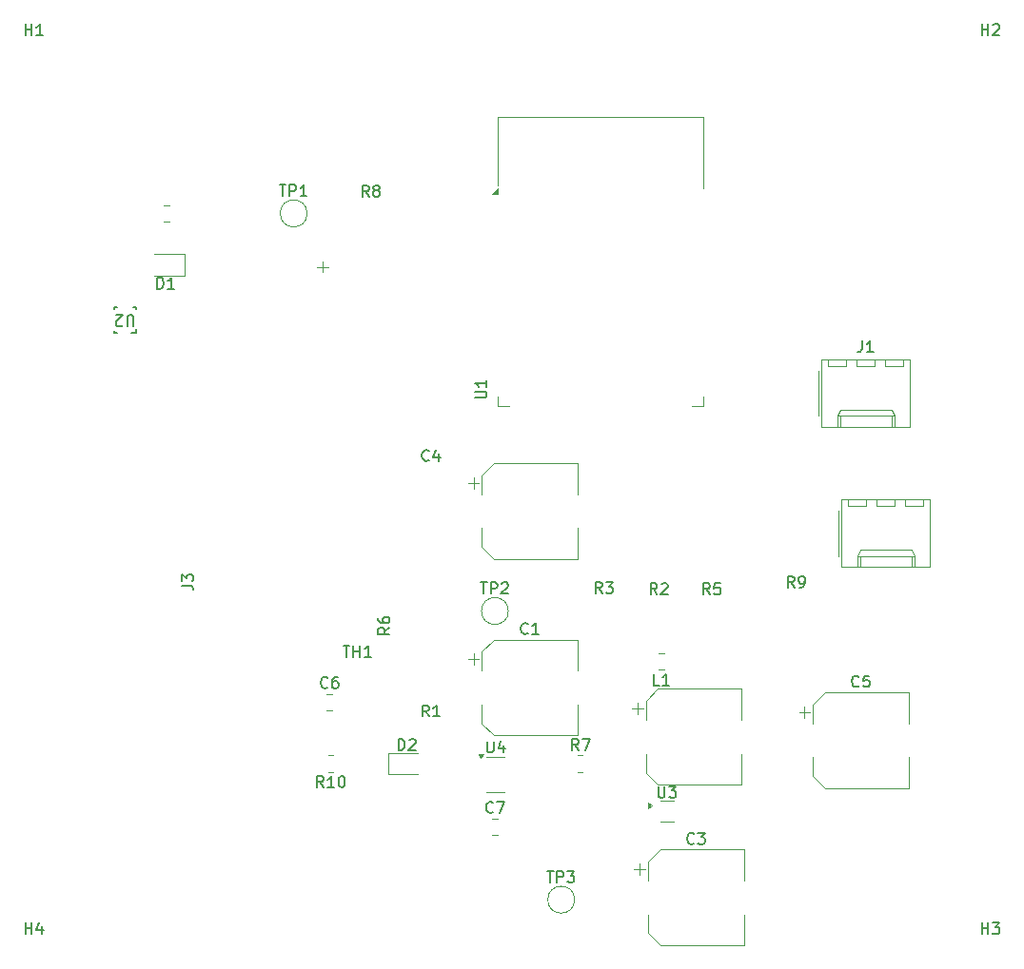
<source format=gbr>
%TF.GenerationSoftware,KiCad,Pcbnew,9.0.4*%
%TF.CreationDate,2025-10-03T16:26:10-05:00*%
%TF.ProjectId,ECE 445 - Suction Sense PCB-1,45434520-3434-4352-902d-205375637469,rev?*%
%TF.SameCoordinates,Original*%
%TF.FileFunction,Legend,Top*%
%TF.FilePolarity,Positive*%
%FSLAX46Y46*%
G04 Gerber Fmt 4.6, Leading zero omitted, Abs format (unit mm)*
G04 Created by KiCad (PCBNEW 9.0.4) date 2025-10-03 16:26:10*
%MOMM*%
%LPD*%
G01*
G04 APERTURE LIST*
%ADD10C,0.150000*%
%ADD11C,0.120000*%
%ADD12C,0.200000*%
G04 APERTURE END LIST*
D10*
X133244819Y-81922904D02*
X134054342Y-81922904D01*
X134054342Y-81922904D02*
X134149580Y-81875285D01*
X134149580Y-81875285D02*
X134197200Y-81827666D01*
X134197200Y-81827666D02*
X134244819Y-81732428D01*
X134244819Y-81732428D02*
X134244819Y-81541952D01*
X134244819Y-81541952D02*
X134197200Y-81446714D01*
X134197200Y-81446714D02*
X134149580Y-81399095D01*
X134149580Y-81399095D02*
X134054342Y-81351476D01*
X134054342Y-81351476D02*
X133244819Y-81351476D01*
X134244819Y-80351476D02*
X134244819Y-80922904D01*
X134244819Y-80637190D02*
X133244819Y-80637190D01*
X133244819Y-80637190D02*
X133387676Y-80732428D01*
X133387676Y-80732428D02*
X133482914Y-80827666D01*
X133482914Y-80827666D02*
X133530533Y-80922904D01*
X121514286Y-103984819D02*
X122085714Y-103984819D01*
X121800000Y-104984819D02*
X121800000Y-103984819D01*
X122419048Y-104984819D02*
X122419048Y-103984819D01*
X122419048Y-104461009D02*
X122990476Y-104461009D01*
X122990476Y-104984819D02*
X122990476Y-103984819D01*
X123990476Y-104984819D02*
X123419048Y-104984819D01*
X123704762Y-104984819D02*
X123704762Y-103984819D01*
X123704762Y-103984819D02*
X123609524Y-104127676D01*
X123609524Y-104127676D02*
X123514286Y-104222914D01*
X123514286Y-104222914D02*
X123419048Y-104270533D01*
X154133333Y-99424819D02*
X153800000Y-98948628D01*
X153561905Y-99424819D02*
X153561905Y-98424819D01*
X153561905Y-98424819D02*
X153942857Y-98424819D01*
X153942857Y-98424819D02*
X154038095Y-98472438D01*
X154038095Y-98472438D02*
X154085714Y-98520057D01*
X154085714Y-98520057D02*
X154133333Y-98615295D01*
X154133333Y-98615295D02*
X154133333Y-98758152D01*
X154133333Y-98758152D02*
X154085714Y-98853390D01*
X154085714Y-98853390D02*
X154038095Y-98901009D01*
X154038095Y-98901009D02*
X153942857Y-98948628D01*
X153942857Y-98948628D02*
X153561905Y-98948628D01*
X155038095Y-98424819D02*
X154561905Y-98424819D01*
X154561905Y-98424819D02*
X154514286Y-98901009D01*
X154514286Y-98901009D02*
X154561905Y-98853390D01*
X154561905Y-98853390D02*
X154657143Y-98805771D01*
X154657143Y-98805771D02*
X154895238Y-98805771D01*
X154895238Y-98805771D02*
X154990476Y-98853390D01*
X154990476Y-98853390D02*
X155038095Y-98901009D01*
X155038095Y-98901009D02*
X155085714Y-98996247D01*
X155085714Y-98996247D02*
X155085714Y-99234342D01*
X155085714Y-99234342D02*
X155038095Y-99329580D01*
X155038095Y-99329580D02*
X154990476Y-99377200D01*
X154990476Y-99377200D02*
X154895238Y-99424819D01*
X154895238Y-99424819D02*
X154657143Y-99424819D01*
X154657143Y-99424819D02*
X154561905Y-99377200D01*
X154561905Y-99377200D02*
X154514286Y-99329580D01*
X167383333Y-107559580D02*
X167335714Y-107607200D01*
X167335714Y-107607200D02*
X167192857Y-107654819D01*
X167192857Y-107654819D02*
X167097619Y-107654819D01*
X167097619Y-107654819D02*
X166954762Y-107607200D01*
X166954762Y-107607200D02*
X166859524Y-107511961D01*
X166859524Y-107511961D02*
X166811905Y-107416723D01*
X166811905Y-107416723D02*
X166764286Y-107226247D01*
X166764286Y-107226247D02*
X166764286Y-107083390D01*
X166764286Y-107083390D02*
X166811905Y-106892914D01*
X166811905Y-106892914D02*
X166859524Y-106797676D01*
X166859524Y-106797676D02*
X166954762Y-106702438D01*
X166954762Y-106702438D02*
X167097619Y-106654819D01*
X167097619Y-106654819D02*
X167192857Y-106654819D01*
X167192857Y-106654819D02*
X167335714Y-106702438D01*
X167335714Y-106702438D02*
X167383333Y-106750057D01*
X168288095Y-106654819D02*
X167811905Y-106654819D01*
X167811905Y-106654819D02*
X167764286Y-107131009D01*
X167764286Y-107131009D02*
X167811905Y-107083390D01*
X167811905Y-107083390D02*
X167907143Y-107035771D01*
X167907143Y-107035771D02*
X168145238Y-107035771D01*
X168145238Y-107035771D02*
X168240476Y-107083390D01*
X168240476Y-107083390D02*
X168288095Y-107131009D01*
X168288095Y-107131009D02*
X168335714Y-107226247D01*
X168335714Y-107226247D02*
X168335714Y-107464342D01*
X168335714Y-107464342D02*
X168288095Y-107559580D01*
X168288095Y-107559580D02*
X168240476Y-107607200D01*
X168240476Y-107607200D02*
X168145238Y-107654819D01*
X168145238Y-107654819D02*
X167907143Y-107654819D01*
X167907143Y-107654819D02*
X167811905Y-107607200D01*
X167811905Y-107607200D02*
X167764286Y-107559580D01*
X144533333Y-99324819D02*
X144200000Y-98848628D01*
X143961905Y-99324819D02*
X143961905Y-98324819D01*
X143961905Y-98324819D02*
X144342857Y-98324819D01*
X144342857Y-98324819D02*
X144438095Y-98372438D01*
X144438095Y-98372438D02*
X144485714Y-98420057D01*
X144485714Y-98420057D02*
X144533333Y-98515295D01*
X144533333Y-98515295D02*
X144533333Y-98658152D01*
X144533333Y-98658152D02*
X144485714Y-98753390D01*
X144485714Y-98753390D02*
X144438095Y-98801009D01*
X144438095Y-98801009D02*
X144342857Y-98848628D01*
X144342857Y-98848628D02*
X143961905Y-98848628D01*
X144866667Y-98324819D02*
X145485714Y-98324819D01*
X145485714Y-98324819D02*
X145152381Y-98705771D01*
X145152381Y-98705771D02*
X145295238Y-98705771D01*
X145295238Y-98705771D02*
X145390476Y-98753390D01*
X145390476Y-98753390D02*
X145438095Y-98801009D01*
X145438095Y-98801009D02*
X145485714Y-98896247D01*
X145485714Y-98896247D02*
X145485714Y-99134342D01*
X145485714Y-99134342D02*
X145438095Y-99229580D01*
X145438095Y-99229580D02*
X145390476Y-99277200D01*
X145390476Y-99277200D02*
X145295238Y-99324819D01*
X145295238Y-99324819D02*
X145009524Y-99324819D01*
X145009524Y-99324819D02*
X144914286Y-99277200D01*
X144914286Y-99277200D02*
X144866667Y-99229580D01*
X104961905Y-72204819D02*
X104961905Y-71204819D01*
X104961905Y-71204819D02*
X105200000Y-71204819D01*
X105200000Y-71204819D02*
X105342857Y-71252438D01*
X105342857Y-71252438D02*
X105438095Y-71347676D01*
X105438095Y-71347676D02*
X105485714Y-71442914D01*
X105485714Y-71442914D02*
X105533333Y-71633390D01*
X105533333Y-71633390D02*
X105533333Y-71776247D01*
X105533333Y-71776247D02*
X105485714Y-71966723D01*
X105485714Y-71966723D02*
X105438095Y-72061961D01*
X105438095Y-72061961D02*
X105342857Y-72157200D01*
X105342857Y-72157200D02*
X105200000Y-72204819D01*
X105200000Y-72204819D02*
X104961905Y-72204819D01*
X106485714Y-72204819D02*
X105914286Y-72204819D01*
X106200000Y-72204819D02*
X106200000Y-71204819D01*
X106200000Y-71204819D02*
X106104762Y-71347676D01*
X106104762Y-71347676D02*
X106009524Y-71442914D01*
X106009524Y-71442914D02*
X105914286Y-71490533D01*
X107154819Y-98633333D02*
X107869104Y-98633333D01*
X107869104Y-98633333D02*
X108011961Y-98680952D01*
X108011961Y-98680952D02*
X108107200Y-98776190D01*
X108107200Y-98776190D02*
X108154819Y-98919047D01*
X108154819Y-98919047D02*
X108154819Y-99014285D01*
X107154819Y-98252380D02*
X107154819Y-97633333D01*
X107154819Y-97633333D02*
X107535771Y-97966666D01*
X107535771Y-97966666D02*
X107535771Y-97823809D01*
X107535771Y-97823809D02*
X107583390Y-97728571D01*
X107583390Y-97728571D02*
X107631009Y-97680952D01*
X107631009Y-97680952D02*
X107726247Y-97633333D01*
X107726247Y-97633333D02*
X107964342Y-97633333D01*
X107964342Y-97633333D02*
X108059580Y-97680952D01*
X108059580Y-97680952D02*
X108107200Y-97728571D01*
X108107200Y-97728571D02*
X108154819Y-97823809D01*
X108154819Y-97823809D02*
X108154819Y-98109523D01*
X108154819Y-98109523D02*
X108107200Y-98204761D01*
X108107200Y-98204761D02*
X108059580Y-98252380D01*
X125624819Y-102366666D02*
X125148628Y-102699999D01*
X125624819Y-102938094D02*
X124624819Y-102938094D01*
X124624819Y-102938094D02*
X124624819Y-102557142D01*
X124624819Y-102557142D02*
X124672438Y-102461904D01*
X124672438Y-102461904D02*
X124720057Y-102414285D01*
X124720057Y-102414285D02*
X124815295Y-102366666D01*
X124815295Y-102366666D02*
X124958152Y-102366666D01*
X124958152Y-102366666D02*
X125053390Y-102414285D01*
X125053390Y-102414285D02*
X125101009Y-102461904D01*
X125101009Y-102461904D02*
X125148628Y-102557142D01*
X125148628Y-102557142D02*
X125148628Y-102938094D01*
X124624819Y-101509523D02*
X124624819Y-101699999D01*
X124624819Y-101699999D02*
X124672438Y-101795237D01*
X124672438Y-101795237D02*
X124720057Y-101842856D01*
X124720057Y-101842856D02*
X124862914Y-101938094D01*
X124862914Y-101938094D02*
X125053390Y-101985713D01*
X125053390Y-101985713D02*
X125434342Y-101985713D01*
X125434342Y-101985713D02*
X125529580Y-101938094D01*
X125529580Y-101938094D02*
X125577200Y-101890475D01*
X125577200Y-101890475D02*
X125624819Y-101795237D01*
X125624819Y-101795237D02*
X125624819Y-101604761D01*
X125624819Y-101604761D02*
X125577200Y-101509523D01*
X125577200Y-101509523D02*
X125529580Y-101461904D01*
X125529580Y-101461904D02*
X125434342Y-101414285D01*
X125434342Y-101414285D02*
X125196247Y-101414285D01*
X125196247Y-101414285D02*
X125101009Y-101461904D01*
X125101009Y-101461904D02*
X125053390Y-101509523D01*
X125053390Y-101509523D02*
X125005771Y-101604761D01*
X125005771Y-101604761D02*
X125005771Y-101795237D01*
X125005771Y-101795237D02*
X125053390Y-101890475D01*
X125053390Y-101890475D02*
X125101009Y-101938094D01*
X125101009Y-101938094D02*
X125196247Y-101985713D01*
X102861903Y-75545182D02*
X102861903Y-74735659D01*
X102861903Y-74735659D02*
X102814284Y-74640421D01*
X102814284Y-74640421D02*
X102766665Y-74592802D01*
X102766665Y-74592802D02*
X102671427Y-74545182D01*
X102671427Y-74545182D02*
X102480951Y-74545182D01*
X102480951Y-74545182D02*
X102385713Y-74592802D01*
X102385713Y-74592802D02*
X102338094Y-74640421D01*
X102338094Y-74640421D02*
X102290475Y-74735659D01*
X102290475Y-74735659D02*
X102290475Y-75545182D01*
X101861903Y-75449944D02*
X101814284Y-75497563D01*
X101814284Y-75497563D02*
X101719046Y-75545182D01*
X101719046Y-75545182D02*
X101480951Y-75545182D01*
X101480951Y-75545182D02*
X101385713Y-75497563D01*
X101385713Y-75497563D02*
X101338094Y-75449944D01*
X101338094Y-75449944D02*
X101290475Y-75354706D01*
X101290475Y-75354706D02*
X101290475Y-75259468D01*
X101290475Y-75259468D02*
X101338094Y-75116611D01*
X101338094Y-75116611D02*
X101909522Y-74545182D01*
X101909522Y-74545182D02*
X101290475Y-74545182D01*
X139638095Y-124056819D02*
X140209523Y-124056819D01*
X139923809Y-125056819D02*
X139923809Y-124056819D01*
X140542857Y-125056819D02*
X140542857Y-124056819D01*
X140542857Y-124056819D02*
X140923809Y-124056819D01*
X140923809Y-124056819D02*
X141019047Y-124104438D01*
X141019047Y-124104438D02*
X141066666Y-124152057D01*
X141066666Y-124152057D02*
X141114285Y-124247295D01*
X141114285Y-124247295D02*
X141114285Y-124390152D01*
X141114285Y-124390152D02*
X141066666Y-124485390D01*
X141066666Y-124485390D02*
X141019047Y-124533009D01*
X141019047Y-124533009D02*
X140923809Y-124580628D01*
X140923809Y-124580628D02*
X140542857Y-124580628D01*
X141447619Y-124056819D02*
X142066666Y-124056819D01*
X142066666Y-124056819D02*
X141733333Y-124437771D01*
X141733333Y-124437771D02*
X141876190Y-124437771D01*
X141876190Y-124437771D02*
X141971428Y-124485390D01*
X141971428Y-124485390D02*
X142019047Y-124533009D01*
X142019047Y-124533009D02*
X142066666Y-124628247D01*
X142066666Y-124628247D02*
X142066666Y-124866342D01*
X142066666Y-124866342D02*
X142019047Y-124961580D01*
X142019047Y-124961580D02*
X141971428Y-125009200D01*
X141971428Y-125009200D02*
X141876190Y-125056819D01*
X141876190Y-125056819D02*
X141590476Y-125056819D01*
X141590476Y-125056819D02*
X141495238Y-125009200D01*
X141495238Y-125009200D02*
X141447619Y-124961580D01*
X120133333Y-107679580D02*
X120085714Y-107727200D01*
X120085714Y-107727200D02*
X119942857Y-107774819D01*
X119942857Y-107774819D02*
X119847619Y-107774819D01*
X119847619Y-107774819D02*
X119704762Y-107727200D01*
X119704762Y-107727200D02*
X119609524Y-107631961D01*
X119609524Y-107631961D02*
X119561905Y-107536723D01*
X119561905Y-107536723D02*
X119514286Y-107346247D01*
X119514286Y-107346247D02*
X119514286Y-107203390D01*
X119514286Y-107203390D02*
X119561905Y-107012914D01*
X119561905Y-107012914D02*
X119609524Y-106917676D01*
X119609524Y-106917676D02*
X119704762Y-106822438D01*
X119704762Y-106822438D02*
X119847619Y-106774819D01*
X119847619Y-106774819D02*
X119942857Y-106774819D01*
X119942857Y-106774819D02*
X120085714Y-106822438D01*
X120085714Y-106822438D02*
X120133333Y-106870057D01*
X120990476Y-106774819D02*
X120800000Y-106774819D01*
X120800000Y-106774819D02*
X120704762Y-106822438D01*
X120704762Y-106822438D02*
X120657143Y-106870057D01*
X120657143Y-106870057D02*
X120561905Y-107012914D01*
X120561905Y-107012914D02*
X120514286Y-107203390D01*
X120514286Y-107203390D02*
X120514286Y-107584342D01*
X120514286Y-107584342D02*
X120561905Y-107679580D01*
X120561905Y-107679580D02*
X120609524Y-107727200D01*
X120609524Y-107727200D02*
X120704762Y-107774819D01*
X120704762Y-107774819D02*
X120895238Y-107774819D01*
X120895238Y-107774819D02*
X120990476Y-107727200D01*
X120990476Y-107727200D02*
X121038095Y-107679580D01*
X121038095Y-107679580D02*
X121085714Y-107584342D01*
X121085714Y-107584342D02*
X121085714Y-107346247D01*
X121085714Y-107346247D02*
X121038095Y-107251009D01*
X121038095Y-107251009D02*
X120990476Y-107203390D01*
X120990476Y-107203390D02*
X120895238Y-107155771D01*
X120895238Y-107155771D02*
X120704762Y-107155771D01*
X120704762Y-107155771D02*
X120609524Y-107203390D01*
X120609524Y-107203390D02*
X120561905Y-107251009D01*
X120561905Y-107251009D02*
X120514286Y-107346247D01*
X123798333Y-64004819D02*
X123465000Y-63528628D01*
X123226905Y-64004819D02*
X123226905Y-63004819D01*
X123226905Y-63004819D02*
X123607857Y-63004819D01*
X123607857Y-63004819D02*
X123703095Y-63052438D01*
X123703095Y-63052438D02*
X123750714Y-63100057D01*
X123750714Y-63100057D02*
X123798333Y-63195295D01*
X123798333Y-63195295D02*
X123798333Y-63338152D01*
X123798333Y-63338152D02*
X123750714Y-63433390D01*
X123750714Y-63433390D02*
X123703095Y-63481009D01*
X123703095Y-63481009D02*
X123607857Y-63528628D01*
X123607857Y-63528628D02*
X123226905Y-63528628D01*
X124369762Y-63433390D02*
X124274524Y-63385771D01*
X124274524Y-63385771D02*
X124226905Y-63338152D01*
X124226905Y-63338152D02*
X124179286Y-63242914D01*
X124179286Y-63242914D02*
X124179286Y-63195295D01*
X124179286Y-63195295D02*
X124226905Y-63100057D01*
X124226905Y-63100057D02*
X124274524Y-63052438D01*
X124274524Y-63052438D02*
X124369762Y-63004819D01*
X124369762Y-63004819D02*
X124560238Y-63004819D01*
X124560238Y-63004819D02*
X124655476Y-63052438D01*
X124655476Y-63052438D02*
X124703095Y-63100057D01*
X124703095Y-63100057D02*
X124750714Y-63195295D01*
X124750714Y-63195295D02*
X124750714Y-63242914D01*
X124750714Y-63242914D02*
X124703095Y-63338152D01*
X124703095Y-63338152D02*
X124655476Y-63385771D01*
X124655476Y-63385771D02*
X124560238Y-63433390D01*
X124560238Y-63433390D02*
X124369762Y-63433390D01*
X124369762Y-63433390D02*
X124274524Y-63481009D01*
X124274524Y-63481009D02*
X124226905Y-63528628D01*
X124226905Y-63528628D02*
X124179286Y-63623866D01*
X124179286Y-63623866D02*
X124179286Y-63814342D01*
X124179286Y-63814342D02*
X124226905Y-63909580D01*
X124226905Y-63909580D02*
X124274524Y-63957200D01*
X124274524Y-63957200D02*
X124369762Y-64004819D01*
X124369762Y-64004819D02*
X124560238Y-64004819D01*
X124560238Y-64004819D02*
X124655476Y-63957200D01*
X124655476Y-63957200D02*
X124703095Y-63909580D01*
X124703095Y-63909580D02*
X124750714Y-63814342D01*
X124750714Y-63814342D02*
X124750714Y-63623866D01*
X124750714Y-63623866D02*
X124703095Y-63528628D01*
X124703095Y-63528628D02*
X124655476Y-63481009D01*
X124655476Y-63481009D02*
X124560238Y-63433390D01*
X167666666Y-76834819D02*
X167666666Y-77549104D01*
X167666666Y-77549104D02*
X167619047Y-77691961D01*
X167619047Y-77691961D02*
X167523809Y-77787200D01*
X167523809Y-77787200D02*
X167380952Y-77834819D01*
X167380952Y-77834819D02*
X167285714Y-77834819D01*
X168666666Y-77834819D02*
X168095238Y-77834819D01*
X168380952Y-77834819D02*
X168380952Y-76834819D01*
X168380952Y-76834819D02*
X168285714Y-76977676D01*
X168285714Y-76977676D02*
X168190476Y-77072914D01*
X168190476Y-77072914D02*
X168095238Y-77120533D01*
X126424405Y-113304819D02*
X126424405Y-112304819D01*
X126424405Y-112304819D02*
X126662500Y-112304819D01*
X126662500Y-112304819D02*
X126805357Y-112352438D01*
X126805357Y-112352438D02*
X126900595Y-112447676D01*
X126900595Y-112447676D02*
X126948214Y-112542914D01*
X126948214Y-112542914D02*
X126995833Y-112733390D01*
X126995833Y-112733390D02*
X126995833Y-112876247D01*
X126995833Y-112876247D02*
X126948214Y-113066723D01*
X126948214Y-113066723D02*
X126900595Y-113161961D01*
X126900595Y-113161961D02*
X126805357Y-113257200D01*
X126805357Y-113257200D02*
X126662500Y-113304819D01*
X126662500Y-113304819D02*
X126424405Y-113304819D01*
X127376786Y-112400057D02*
X127424405Y-112352438D01*
X127424405Y-112352438D02*
X127519643Y-112304819D01*
X127519643Y-112304819D02*
X127757738Y-112304819D01*
X127757738Y-112304819D02*
X127852976Y-112352438D01*
X127852976Y-112352438D02*
X127900595Y-112400057D01*
X127900595Y-112400057D02*
X127948214Y-112495295D01*
X127948214Y-112495295D02*
X127948214Y-112590533D01*
X127948214Y-112590533D02*
X127900595Y-112733390D01*
X127900595Y-112733390D02*
X127329167Y-113304819D01*
X127329167Y-113304819D02*
X127948214Y-113304819D01*
X178308095Y-129654819D02*
X178308095Y-128654819D01*
X178308095Y-129131009D02*
X178879523Y-129131009D01*
X178879523Y-129654819D02*
X178879523Y-128654819D01*
X179260476Y-128654819D02*
X179879523Y-128654819D01*
X179879523Y-128654819D02*
X179546190Y-129035771D01*
X179546190Y-129035771D02*
X179689047Y-129035771D01*
X179689047Y-129035771D02*
X179784285Y-129083390D01*
X179784285Y-129083390D02*
X179831904Y-129131009D01*
X179831904Y-129131009D02*
X179879523Y-129226247D01*
X179879523Y-129226247D02*
X179879523Y-129464342D01*
X179879523Y-129464342D02*
X179831904Y-129559580D01*
X179831904Y-129559580D02*
X179784285Y-129607200D01*
X179784285Y-129607200D02*
X179689047Y-129654819D01*
X179689047Y-129654819D02*
X179403333Y-129654819D01*
X179403333Y-129654819D02*
X179308095Y-129607200D01*
X179308095Y-129607200D02*
X179260476Y-129559580D01*
X134300595Y-112504819D02*
X134300595Y-113314342D01*
X134300595Y-113314342D02*
X134348214Y-113409580D01*
X134348214Y-113409580D02*
X134395833Y-113457200D01*
X134395833Y-113457200D02*
X134491071Y-113504819D01*
X134491071Y-113504819D02*
X134681547Y-113504819D01*
X134681547Y-113504819D02*
X134776785Y-113457200D01*
X134776785Y-113457200D02*
X134824404Y-113409580D01*
X134824404Y-113409580D02*
X134872023Y-113314342D01*
X134872023Y-113314342D02*
X134872023Y-112504819D01*
X135776785Y-112838152D02*
X135776785Y-113504819D01*
X135538690Y-112457200D02*
X135300595Y-113171485D01*
X135300595Y-113171485D02*
X135919642Y-113171485D01*
X134833333Y-118779580D02*
X134785714Y-118827200D01*
X134785714Y-118827200D02*
X134642857Y-118874819D01*
X134642857Y-118874819D02*
X134547619Y-118874819D01*
X134547619Y-118874819D02*
X134404762Y-118827200D01*
X134404762Y-118827200D02*
X134309524Y-118731961D01*
X134309524Y-118731961D02*
X134261905Y-118636723D01*
X134261905Y-118636723D02*
X134214286Y-118446247D01*
X134214286Y-118446247D02*
X134214286Y-118303390D01*
X134214286Y-118303390D02*
X134261905Y-118112914D01*
X134261905Y-118112914D02*
X134309524Y-118017676D01*
X134309524Y-118017676D02*
X134404762Y-117922438D01*
X134404762Y-117922438D02*
X134547619Y-117874819D01*
X134547619Y-117874819D02*
X134642857Y-117874819D01*
X134642857Y-117874819D02*
X134785714Y-117922438D01*
X134785714Y-117922438D02*
X134833333Y-117970057D01*
X135166667Y-117874819D02*
X135833333Y-117874819D01*
X135833333Y-117874819D02*
X135404762Y-118874819D01*
X129133333Y-87459580D02*
X129085714Y-87507200D01*
X129085714Y-87507200D02*
X128942857Y-87554819D01*
X128942857Y-87554819D02*
X128847619Y-87554819D01*
X128847619Y-87554819D02*
X128704762Y-87507200D01*
X128704762Y-87507200D02*
X128609524Y-87411961D01*
X128609524Y-87411961D02*
X128561905Y-87316723D01*
X128561905Y-87316723D02*
X128514286Y-87126247D01*
X128514286Y-87126247D02*
X128514286Y-86983390D01*
X128514286Y-86983390D02*
X128561905Y-86792914D01*
X128561905Y-86792914D02*
X128609524Y-86697676D01*
X128609524Y-86697676D02*
X128704762Y-86602438D01*
X128704762Y-86602438D02*
X128847619Y-86554819D01*
X128847619Y-86554819D02*
X128942857Y-86554819D01*
X128942857Y-86554819D02*
X129085714Y-86602438D01*
X129085714Y-86602438D02*
X129133333Y-86650057D01*
X129990476Y-86888152D02*
X129990476Y-87554819D01*
X129752381Y-86507200D02*
X129514286Y-87221485D01*
X129514286Y-87221485D02*
X130133333Y-87221485D01*
X115838095Y-62956819D02*
X116409523Y-62956819D01*
X116123809Y-63956819D02*
X116123809Y-62956819D01*
X116742857Y-63956819D02*
X116742857Y-62956819D01*
X116742857Y-62956819D02*
X117123809Y-62956819D01*
X117123809Y-62956819D02*
X117219047Y-63004438D01*
X117219047Y-63004438D02*
X117266666Y-63052057D01*
X117266666Y-63052057D02*
X117314285Y-63147295D01*
X117314285Y-63147295D02*
X117314285Y-63290152D01*
X117314285Y-63290152D02*
X117266666Y-63385390D01*
X117266666Y-63385390D02*
X117219047Y-63433009D01*
X117219047Y-63433009D02*
X117123809Y-63480628D01*
X117123809Y-63480628D02*
X116742857Y-63480628D01*
X118266666Y-63956819D02*
X117695238Y-63956819D01*
X117980952Y-63956819D02*
X117980952Y-62956819D01*
X117980952Y-62956819D02*
X117885714Y-63099676D01*
X117885714Y-63099676D02*
X117790476Y-63194914D01*
X117790476Y-63194914D02*
X117695238Y-63242533D01*
X93218095Y-129654819D02*
X93218095Y-128654819D01*
X93218095Y-129131009D02*
X93789523Y-129131009D01*
X93789523Y-129654819D02*
X93789523Y-128654819D01*
X94694285Y-128988152D02*
X94694285Y-129654819D01*
X94456190Y-128607200D02*
X94218095Y-129321485D01*
X94218095Y-129321485D02*
X94837142Y-129321485D01*
X178308095Y-49644819D02*
X178308095Y-48644819D01*
X178308095Y-49121009D02*
X178879523Y-49121009D01*
X178879523Y-49644819D02*
X178879523Y-48644819D01*
X179308095Y-48740057D02*
X179355714Y-48692438D01*
X179355714Y-48692438D02*
X179450952Y-48644819D01*
X179450952Y-48644819D02*
X179689047Y-48644819D01*
X179689047Y-48644819D02*
X179784285Y-48692438D01*
X179784285Y-48692438D02*
X179831904Y-48740057D01*
X179831904Y-48740057D02*
X179879523Y-48835295D01*
X179879523Y-48835295D02*
X179879523Y-48930533D01*
X179879523Y-48930533D02*
X179831904Y-49073390D01*
X179831904Y-49073390D02*
X179260476Y-49644819D01*
X179260476Y-49644819D02*
X179879523Y-49644819D01*
X152733333Y-121559580D02*
X152685714Y-121607200D01*
X152685714Y-121607200D02*
X152542857Y-121654819D01*
X152542857Y-121654819D02*
X152447619Y-121654819D01*
X152447619Y-121654819D02*
X152304762Y-121607200D01*
X152304762Y-121607200D02*
X152209524Y-121511961D01*
X152209524Y-121511961D02*
X152161905Y-121416723D01*
X152161905Y-121416723D02*
X152114286Y-121226247D01*
X152114286Y-121226247D02*
X152114286Y-121083390D01*
X152114286Y-121083390D02*
X152161905Y-120892914D01*
X152161905Y-120892914D02*
X152209524Y-120797676D01*
X152209524Y-120797676D02*
X152304762Y-120702438D01*
X152304762Y-120702438D02*
X152447619Y-120654819D01*
X152447619Y-120654819D02*
X152542857Y-120654819D01*
X152542857Y-120654819D02*
X152685714Y-120702438D01*
X152685714Y-120702438D02*
X152733333Y-120750057D01*
X153066667Y-120654819D02*
X153685714Y-120654819D01*
X153685714Y-120654819D02*
X153352381Y-121035771D01*
X153352381Y-121035771D02*
X153495238Y-121035771D01*
X153495238Y-121035771D02*
X153590476Y-121083390D01*
X153590476Y-121083390D02*
X153638095Y-121131009D01*
X153638095Y-121131009D02*
X153685714Y-121226247D01*
X153685714Y-121226247D02*
X153685714Y-121464342D01*
X153685714Y-121464342D02*
X153638095Y-121559580D01*
X153638095Y-121559580D02*
X153590476Y-121607200D01*
X153590476Y-121607200D02*
X153495238Y-121654819D01*
X153495238Y-121654819D02*
X153209524Y-121654819D01*
X153209524Y-121654819D02*
X153114286Y-121607200D01*
X153114286Y-121607200D02*
X153066667Y-121559580D01*
X149633333Y-107504819D02*
X149157143Y-107504819D01*
X149157143Y-107504819D02*
X149157143Y-106504819D01*
X150490476Y-107504819D02*
X149919048Y-107504819D01*
X150204762Y-107504819D02*
X150204762Y-106504819D01*
X150204762Y-106504819D02*
X150109524Y-106647676D01*
X150109524Y-106647676D02*
X150014286Y-106742914D01*
X150014286Y-106742914D02*
X149919048Y-106790533D01*
X133738095Y-98356819D02*
X134309523Y-98356819D01*
X134023809Y-99356819D02*
X134023809Y-98356819D01*
X134642857Y-99356819D02*
X134642857Y-98356819D01*
X134642857Y-98356819D02*
X135023809Y-98356819D01*
X135023809Y-98356819D02*
X135119047Y-98404438D01*
X135119047Y-98404438D02*
X135166666Y-98452057D01*
X135166666Y-98452057D02*
X135214285Y-98547295D01*
X135214285Y-98547295D02*
X135214285Y-98690152D01*
X135214285Y-98690152D02*
X135166666Y-98785390D01*
X135166666Y-98785390D02*
X135119047Y-98833009D01*
X135119047Y-98833009D02*
X135023809Y-98880628D01*
X135023809Y-98880628D02*
X134642857Y-98880628D01*
X135595238Y-98452057D02*
X135642857Y-98404438D01*
X135642857Y-98404438D02*
X135738095Y-98356819D01*
X135738095Y-98356819D02*
X135976190Y-98356819D01*
X135976190Y-98356819D02*
X136071428Y-98404438D01*
X136071428Y-98404438D02*
X136119047Y-98452057D01*
X136119047Y-98452057D02*
X136166666Y-98547295D01*
X136166666Y-98547295D02*
X136166666Y-98642533D01*
X136166666Y-98642533D02*
X136119047Y-98785390D01*
X136119047Y-98785390D02*
X135547619Y-99356819D01*
X135547619Y-99356819D02*
X136166666Y-99356819D01*
X119757142Y-116604819D02*
X119423809Y-116128628D01*
X119185714Y-116604819D02*
X119185714Y-115604819D01*
X119185714Y-115604819D02*
X119566666Y-115604819D01*
X119566666Y-115604819D02*
X119661904Y-115652438D01*
X119661904Y-115652438D02*
X119709523Y-115700057D01*
X119709523Y-115700057D02*
X119757142Y-115795295D01*
X119757142Y-115795295D02*
X119757142Y-115938152D01*
X119757142Y-115938152D02*
X119709523Y-116033390D01*
X119709523Y-116033390D02*
X119661904Y-116081009D01*
X119661904Y-116081009D02*
X119566666Y-116128628D01*
X119566666Y-116128628D02*
X119185714Y-116128628D01*
X120709523Y-116604819D02*
X120138095Y-116604819D01*
X120423809Y-116604819D02*
X120423809Y-115604819D01*
X120423809Y-115604819D02*
X120328571Y-115747676D01*
X120328571Y-115747676D02*
X120233333Y-115842914D01*
X120233333Y-115842914D02*
X120138095Y-115890533D01*
X121328571Y-115604819D02*
X121423809Y-115604819D01*
X121423809Y-115604819D02*
X121519047Y-115652438D01*
X121519047Y-115652438D02*
X121566666Y-115700057D01*
X121566666Y-115700057D02*
X121614285Y-115795295D01*
X121614285Y-115795295D02*
X121661904Y-115985771D01*
X121661904Y-115985771D02*
X121661904Y-116223866D01*
X121661904Y-116223866D02*
X121614285Y-116414342D01*
X121614285Y-116414342D02*
X121566666Y-116509580D01*
X121566666Y-116509580D02*
X121519047Y-116557200D01*
X121519047Y-116557200D02*
X121423809Y-116604819D01*
X121423809Y-116604819D02*
X121328571Y-116604819D01*
X121328571Y-116604819D02*
X121233333Y-116557200D01*
X121233333Y-116557200D02*
X121185714Y-116509580D01*
X121185714Y-116509580D02*
X121138095Y-116414342D01*
X121138095Y-116414342D02*
X121090476Y-116223866D01*
X121090476Y-116223866D02*
X121090476Y-115985771D01*
X121090476Y-115985771D02*
X121138095Y-115795295D01*
X121138095Y-115795295D02*
X121185714Y-115700057D01*
X121185714Y-115700057D02*
X121233333Y-115652438D01*
X121233333Y-115652438D02*
X121328571Y-115604819D01*
X129133333Y-110284819D02*
X128800000Y-109808628D01*
X128561905Y-110284819D02*
X128561905Y-109284819D01*
X128561905Y-109284819D02*
X128942857Y-109284819D01*
X128942857Y-109284819D02*
X129038095Y-109332438D01*
X129038095Y-109332438D02*
X129085714Y-109380057D01*
X129085714Y-109380057D02*
X129133333Y-109475295D01*
X129133333Y-109475295D02*
X129133333Y-109618152D01*
X129133333Y-109618152D02*
X129085714Y-109713390D01*
X129085714Y-109713390D02*
X129038095Y-109761009D01*
X129038095Y-109761009D02*
X128942857Y-109808628D01*
X128942857Y-109808628D02*
X128561905Y-109808628D01*
X130085714Y-110284819D02*
X129514286Y-110284819D01*
X129800000Y-110284819D02*
X129800000Y-109284819D01*
X129800000Y-109284819D02*
X129704762Y-109427676D01*
X129704762Y-109427676D02*
X129609524Y-109522914D01*
X129609524Y-109522914D02*
X129514286Y-109570533D01*
X137933333Y-102859580D02*
X137885714Y-102907200D01*
X137885714Y-102907200D02*
X137742857Y-102954819D01*
X137742857Y-102954819D02*
X137647619Y-102954819D01*
X137647619Y-102954819D02*
X137504762Y-102907200D01*
X137504762Y-102907200D02*
X137409524Y-102811961D01*
X137409524Y-102811961D02*
X137361905Y-102716723D01*
X137361905Y-102716723D02*
X137314286Y-102526247D01*
X137314286Y-102526247D02*
X137314286Y-102383390D01*
X137314286Y-102383390D02*
X137361905Y-102192914D01*
X137361905Y-102192914D02*
X137409524Y-102097676D01*
X137409524Y-102097676D02*
X137504762Y-102002438D01*
X137504762Y-102002438D02*
X137647619Y-101954819D01*
X137647619Y-101954819D02*
X137742857Y-101954819D01*
X137742857Y-101954819D02*
X137885714Y-102002438D01*
X137885714Y-102002438D02*
X137933333Y-102050057D01*
X138885714Y-102954819D02*
X138314286Y-102954819D01*
X138600000Y-102954819D02*
X138600000Y-101954819D01*
X138600000Y-101954819D02*
X138504762Y-102097676D01*
X138504762Y-102097676D02*
X138409524Y-102192914D01*
X138409524Y-102192914D02*
X138314286Y-102240533D01*
X161633333Y-98824819D02*
X161300000Y-98348628D01*
X161061905Y-98824819D02*
X161061905Y-97824819D01*
X161061905Y-97824819D02*
X161442857Y-97824819D01*
X161442857Y-97824819D02*
X161538095Y-97872438D01*
X161538095Y-97872438D02*
X161585714Y-97920057D01*
X161585714Y-97920057D02*
X161633333Y-98015295D01*
X161633333Y-98015295D02*
X161633333Y-98158152D01*
X161633333Y-98158152D02*
X161585714Y-98253390D01*
X161585714Y-98253390D02*
X161538095Y-98301009D01*
X161538095Y-98301009D02*
X161442857Y-98348628D01*
X161442857Y-98348628D02*
X161061905Y-98348628D01*
X162109524Y-98824819D02*
X162300000Y-98824819D01*
X162300000Y-98824819D02*
X162395238Y-98777200D01*
X162395238Y-98777200D02*
X162442857Y-98729580D01*
X162442857Y-98729580D02*
X162538095Y-98586723D01*
X162538095Y-98586723D02*
X162585714Y-98396247D01*
X162585714Y-98396247D02*
X162585714Y-98015295D01*
X162585714Y-98015295D02*
X162538095Y-97920057D01*
X162538095Y-97920057D02*
X162490476Y-97872438D01*
X162490476Y-97872438D02*
X162395238Y-97824819D01*
X162395238Y-97824819D02*
X162204762Y-97824819D01*
X162204762Y-97824819D02*
X162109524Y-97872438D01*
X162109524Y-97872438D02*
X162061905Y-97920057D01*
X162061905Y-97920057D02*
X162014286Y-98015295D01*
X162014286Y-98015295D02*
X162014286Y-98253390D01*
X162014286Y-98253390D02*
X162061905Y-98348628D01*
X162061905Y-98348628D02*
X162109524Y-98396247D01*
X162109524Y-98396247D02*
X162204762Y-98443866D01*
X162204762Y-98443866D02*
X162395238Y-98443866D01*
X162395238Y-98443866D02*
X162490476Y-98396247D01*
X162490476Y-98396247D02*
X162538095Y-98348628D01*
X162538095Y-98348628D02*
X162585714Y-98253390D01*
X149433333Y-99424819D02*
X149100000Y-98948628D01*
X148861905Y-99424819D02*
X148861905Y-98424819D01*
X148861905Y-98424819D02*
X149242857Y-98424819D01*
X149242857Y-98424819D02*
X149338095Y-98472438D01*
X149338095Y-98472438D02*
X149385714Y-98520057D01*
X149385714Y-98520057D02*
X149433333Y-98615295D01*
X149433333Y-98615295D02*
X149433333Y-98758152D01*
X149433333Y-98758152D02*
X149385714Y-98853390D01*
X149385714Y-98853390D02*
X149338095Y-98901009D01*
X149338095Y-98901009D02*
X149242857Y-98948628D01*
X149242857Y-98948628D02*
X148861905Y-98948628D01*
X149814286Y-98520057D02*
X149861905Y-98472438D01*
X149861905Y-98472438D02*
X149957143Y-98424819D01*
X149957143Y-98424819D02*
X150195238Y-98424819D01*
X150195238Y-98424819D02*
X150290476Y-98472438D01*
X150290476Y-98472438D02*
X150338095Y-98520057D01*
X150338095Y-98520057D02*
X150385714Y-98615295D01*
X150385714Y-98615295D02*
X150385714Y-98710533D01*
X150385714Y-98710533D02*
X150338095Y-98853390D01*
X150338095Y-98853390D02*
X149766667Y-99424819D01*
X149766667Y-99424819D02*
X150385714Y-99424819D01*
X142433333Y-113304819D02*
X142100000Y-112828628D01*
X141861905Y-113304819D02*
X141861905Y-112304819D01*
X141861905Y-112304819D02*
X142242857Y-112304819D01*
X142242857Y-112304819D02*
X142338095Y-112352438D01*
X142338095Y-112352438D02*
X142385714Y-112400057D01*
X142385714Y-112400057D02*
X142433333Y-112495295D01*
X142433333Y-112495295D02*
X142433333Y-112638152D01*
X142433333Y-112638152D02*
X142385714Y-112733390D01*
X142385714Y-112733390D02*
X142338095Y-112781009D01*
X142338095Y-112781009D02*
X142242857Y-112828628D01*
X142242857Y-112828628D02*
X141861905Y-112828628D01*
X142766667Y-112304819D02*
X143433333Y-112304819D01*
X143433333Y-112304819D02*
X143004762Y-113304819D01*
X149538095Y-116504819D02*
X149538095Y-117314342D01*
X149538095Y-117314342D02*
X149585714Y-117409580D01*
X149585714Y-117409580D02*
X149633333Y-117457200D01*
X149633333Y-117457200D02*
X149728571Y-117504819D01*
X149728571Y-117504819D02*
X149919047Y-117504819D01*
X149919047Y-117504819D02*
X150014285Y-117457200D01*
X150014285Y-117457200D02*
X150061904Y-117409580D01*
X150061904Y-117409580D02*
X150109523Y-117314342D01*
X150109523Y-117314342D02*
X150109523Y-116504819D01*
X150490476Y-116504819D02*
X151109523Y-116504819D01*
X151109523Y-116504819D02*
X150776190Y-116885771D01*
X150776190Y-116885771D02*
X150919047Y-116885771D01*
X150919047Y-116885771D02*
X151014285Y-116933390D01*
X151014285Y-116933390D02*
X151061904Y-116981009D01*
X151061904Y-116981009D02*
X151109523Y-117076247D01*
X151109523Y-117076247D02*
X151109523Y-117314342D01*
X151109523Y-117314342D02*
X151061904Y-117409580D01*
X151061904Y-117409580D02*
X151014285Y-117457200D01*
X151014285Y-117457200D02*
X150919047Y-117504819D01*
X150919047Y-117504819D02*
X150633333Y-117504819D01*
X150633333Y-117504819D02*
X150538095Y-117457200D01*
X150538095Y-117457200D02*
X150490476Y-117409580D01*
X93218095Y-49644819D02*
X93218095Y-48644819D01*
X93218095Y-49121009D02*
X93789523Y-49121009D01*
X93789523Y-49644819D02*
X93789523Y-48644819D01*
X94789523Y-49644819D02*
X94218095Y-49644819D01*
X94503809Y-49644819D02*
X94503809Y-48644819D01*
X94503809Y-48644819D02*
X94408571Y-48787676D01*
X94408571Y-48787676D02*
X94313333Y-48882914D01*
X94313333Y-48882914D02*
X94218095Y-48930533D01*
D11*
%TO.C,U1*%
X135275000Y-63756000D02*
X134775000Y-63756000D01*
X135275000Y-63256000D01*
X135275000Y-63756000D01*
G36*
X135275000Y-63756000D02*
G01*
X134775000Y-63756000D01*
X135275000Y-63256000D01*
X135275000Y-63756000D01*
G37*
X153520000Y-82611000D02*
X152520000Y-82611000D01*
X153520000Y-81831000D02*
X153520000Y-82611000D01*
X153520000Y-56871000D02*
X153520000Y-63286000D01*
X135280000Y-82611000D02*
X136280000Y-82611000D01*
X135280000Y-81831000D02*
X135280000Y-82611000D01*
X135280000Y-56871000D02*
X153520000Y-56871000D01*
X135280000Y-56871000D02*
X135280000Y-63031000D01*
%TO.C,C2*%
X147200000Y-109590000D02*
X148200000Y-109590000D01*
X147700000Y-109090000D02*
X147700000Y-110090000D01*
X148440000Y-108904437D02*
X148440000Y-110590000D01*
X148440000Y-108904437D02*
X149504437Y-107840000D01*
X148440000Y-115295563D02*
X148440000Y-113610000D01*
X148440000Y-115295563D02*
X149504437Y-116360000D01*
X149504437Y-107840000D02*
X156960000Y-107840000D01*
X149504437Y-116360000D02*
X156960000Y-116360000D01*
X156960000Y-107840000D02*
X156960000Y-110590000D01*
X156960000Y-116360000D02*
X156960000Y-113610000D01*
%TO.C,C5*%
X162050000Y-109890000D02*
X163050000Y-109890000D01*
X162550000Y-109390000D02*
X162550000Y-110390000D01*
X163290000Y-109204437D02*
X163290000Y-110890000D01*
X163290000Y-109204437D02*
X164354437Y-108140000D01*
X163290000Y-115595563D02*
X163290000Y-113910000D01*
X163290000Y-115595563D02*
X164354437Y-116660000D01*
X164354437Y-108140000D02*
X171810000Y-108140000D01*
X164354437Y-116660000D02*
X171810000Y-116660000D01*
X171810000Y-108140000D02*
X171810000Y-110890000D01*
X171810000Y-116660000D02*
X171810000Y-113910000D01*
%TO.C,R4*%
X105572936Y-64765000D02*
X106027064Y-64765000D01*
X105572936Y-66235000D02*
X106027064Y-66235000D01*
%TO.C,D1*%
X104700000Y-71060000D02*
X107385000Y-71060000D01*
X107385000Y-69140000D02*
X104700000Y-69140000D01*
X107385000Y-71060000D02*
X107385000Y-69140000D01*
%TO.C,J3*%
X119700000Y-70750000D02*
X119700000Y-69750000D01*
X120200000Y-70250000D02*
X119200000Y-70250000D01*
D12*
%TO.C,U2*%
X101149998Y-73840002D02*
X101149998Y-74040001D01*
X101149998Y-75960003D02*
X101149998Y-76160002D01*
X101349998Y-73840002D02*
X101149998Y-73840002D01*
X101349998Y-76160002D02*
X101149998Y-76160002D01*
X103050000Y-73840002D02*
X102850000Y-73840002D01*
X103050000Y-73840002D02*
X103050000Y-74040001D01*
X103050000Y-75760003D02*
X103050000Y-76160002D01*
X103050000Y-76160002D02*
X102649998Y-76160002D01*
D11*
%TO.C,TP3*%
X142100000Y-126600000D02*
G75*
G02*
X139700000Y-126600000I-1200000J0D01*
G01*
X139700000Y-126600000D02*
G75*
G02*
X142100000Y-126600000I1200000J0D01*
G01*
%TO.C,C6*%
X120038748Y-108265000D02*
X120561252Y-108265000D01*
X120038748Y-109735000D02*
X120561252Y-109735000D01*
%TO.C,J1*%
X163790000Y-79500000D02*
X163790000Y-83500000D01*
X164080000Y-78470000D02*
X164080000Y-84490000D01*
X164080000Y-84490000D02*
X171920000Y-84490000D01*
X164660000Y-78470000D02*
X164660000Y-79070000D01*
X164660000Y-79070000D02*
X166260000Y-79070000D01*
X165460000Y-83490000D02*
X165710000Y-82960000D01*
X165460000Y-83490000D02*
X170540000Y-83490000D01*
X165460000Y-84490000D02*
X165460000Y-83490000D01*
X165710000Y-82960000D02*
X170290000Y-82960000D01*
X165710000Y-84490000D02*
X165710000Y-83490000D01*
X166260000Y-79070000D02*
X166260000Y-78470000D01*
X167200000Y-78470000D02*
X167200000Y-79070000D01*
X167200000Y-79070000D02*
X168800000Y-79070000D01*
X168800000Y-79070000D02*
X168800000Y-78470000D01*
X169740000Y-78470000D02*
X169740000Y-79070000D01*
X169740000Y-79070000D02*
X171340000Y-79070000D01*
X170290000Y-82960000D02*
X170540000Y-83490000D01*
X170290000Y-84490000D02*
X170290000Y-83490000D01*
X170540000Y-83490000D02*
X170540000Y-84490000D01*
X171340000Y-79070000D02*
X171340000Y-78470000D01*
X171920000Y-78470000D02*
X164080000Y-78470000D01*
X171920000Y-84490000D02*
X171920000Y-78470000D01*
%TO.C,D2*%
X125477500Y-113540000D02*
X125477500Y-115460000D01*
X125477500Y-115460000D02*
X128162500Y-115460000D01*
X128162500Y-113540000D02*
X125477500Y-113540000D01*
%TO.C,U4*%
X135062500Y-113890000D02*
X134262500Y-113890000D01*
X135062500Y-113890000D02*
X135862500Y-113890000D01*
X135062500Y-117010000D02*
X134262500Y-117010000D01*
X135062500Y-117010000D02*
X135862500Y-117010000D01*
X133762500Y-113940000D02*
X133522500Y-113610000D01*
X134002500Y-113610000D01*
X133762500Y-113940000D01*
G36*
X133762500Y-113940000D02*
G01*
X133522500Y-113610000D01*
X134002500Y-113610000D01*
X133762500Y-113940000D01*
G37*
%TO.C,C7*%
X134738748Y-119365000D02*
X135261252Y-119365000D01*
X134738748Y-120835000D02*
X135261252Y-120835000D01*
%TO.C,C4*%
X132600000Y-89490000D02*
X133600000Y-89490000D01*
X133100000Y-88990000D02*
X133100000Y-89990000D01*
X133840000Y-88804437D02*
X133840000Y-90490000D01*
X133840000Y-88804437D02*
X134904437Y-87740000D01*
X133840000Y-95195563D02*
X133840000Y-93510000D01*
X133840000Y-95195563D02*
X134904437Y-96260000D01*
X134904437Y-87740000D02*
X142360000Y-87740000D01*
X134904437Y-96260000D02*
X142360000Y-96260000D01*
X142360000Y-87740000D02*
X142360000Y-90490000D01*
X142360000Y-96260000D02*
X142360000Y-93510000D01*
%TO.C,TP1*%
X118300000Y-65500000D02*
G75*
G02*
X115900000Y-65500000I-1200000J0D01*
G01*
X115900000Y-65500000D02*
G75*
G02*
X118300000Y-65500000I1200000J0D01*
G01*
%TO.C,C3*%
X147400000Y-123890000D02*
X148400000Y-123890000D01*
X147900000Y-123390000D02*
X147900000Y-124390000D01*
X148640000Y-123204437D02*
X148640000Y-124890000D01*
X148640000Y-123204437D02*
X149704437Y-122140000D01*
X148640000Y-129595563D02*
X148640000Y-127910000D01*
X148640000Y-129595563D02*
X149704437Y-130660000D01*
X149704437Y-122140000D02*
X157160000Y-122140000D01*
X149704437Y-130660000D02*
X157160000Y-130660000D01*
X157160000Y-122140000D02*
X157160000Y-124890000D01*
X157160000Y-130660000D02*
X157160000Y-127910000D01*
%TO.C,L1*%
X150061252Y-104690000D02*
X149538748Y-104690000D01*
X150061252Y-106110000D02*
X149538748Y-106110000D01*
%TO.C,TP2*%
X136200000Y-100900000D02*
G75*
G02*
X133800000Y-100900000I-1200000J0D01*
G01*
X133800000Y-100900000D02*
G75*
G02*
X136200000Y-100900000I1200000J0D01*
G01*
%TO.C,R10*%
X120627064Y-113765000D02*
X120172936Y-113765000D01*
X120627064Y-115235000D02*
X120172936Y-115235000D01*
%TO.C,J2*%
X165550000Y-92000000D02*
X165550000Y-96000000D01*
X165840000Y-90970000D02*
X165840000Y-96990000D01*
X165840000Y-96990000D02*
X173680000Y-96990000D01*
X166420000Y-90970000D02*
X166420000Y-91570000D01*
X166420000Y-91570000D02*
X168020000Y-91570000D01*
X167220000Y-95990000D02*
X167470000Y-95460000D01*
X167220000Y-95990000D02*
X172300000Y-95990000D01*
X167220000Y-96990000D02*
X167220000Y-95990000D01*
X167470000Y-95460000D02*
X172050000Y-95460000D01*
X167470000Y-96990000D02*
X167470000Y-95990000D01*
X168020000Y-91570000D02*
X168020000Y-90970000D01*
X168960000Y-90970000D02*
X168960000Y-91570000D01*
X168960000Y-91570000D02*
X170560000Y-91570000D01*
X170560000Y-91570000D02*
X170560000Y-90970000D01*
X171500000Y-90970000D02*
X171500000Y-91570000D01*
X171500000Y-91570000D02*
X173100000Y-91570000D01*
X172050000Y-95460000D02*
X172300000Y-95990000D01*
X172050000Y-96990000D02*
X172050000Y-95990000D01*
X172300000Y-95990000D02*
X172300000Y-96990000D01*
X173100000Y-91570000D02*
X173100000Y-90970000D01*
X173680000Y-90970000D02*
X165840000Y-90970000D01*
X173680000Y-96990000D02*
X173680000Y-90970000D01*
%TO.C,C1*%
X132600000Y-105190000D02*
X133600000Y-105190000D01*
X133100000Y-104690000D02*
X133100000Y-105690000D01*
X133840000Y-104504437D02*
X133840000Y-106190000D01*
X133840000Y-104504437D02*
X134904437Y-103440000D01*
X133840000Y-110895563D02*
X133840000Y-109210000D01*
X133840000Y-110895563D02*
X134904437Y-111960000D01*
X134904437Y-103440000D02*
X142360000Y-103440000D01*
X134904437Y-111960000D02*
X142360000Y-111960000D01*
X142360000Y-103440000D02*
X142360000Y-106190000D01*
X142360000Y-111960000D02*
X142360000Y-109210000D01*
%TO.C,R7*%
X142372936Y-113765000D02*
X142827064Y-113765000D01*
X142372936Y-115235000D02*
X142827064Y-115235000D01*
%TO.C,U3*%
X150300000Y-117765000D02*
X149700000Y-117765000D01*
X150300000Y-117765000D02*
X150900000Y-117765000D01*
X150300000Y-119635000D02*
X149700000Y-119635000D01*
X150300000Y-119635000D02*
X150900000Y-119635000D01*
X148990000Y-118200000D02*
X148660000Y-118440000D01*
X148660000Y-117960000D01*
X148990000Y-118200000D01*
G36*
X148990000Y-118200000D02*
G01*
X148660000Y-118440000D01*
X148660000Y-117960000D01*
X148990000Y-118200000D01*
G37*
%TD*%
M02*

</source>
